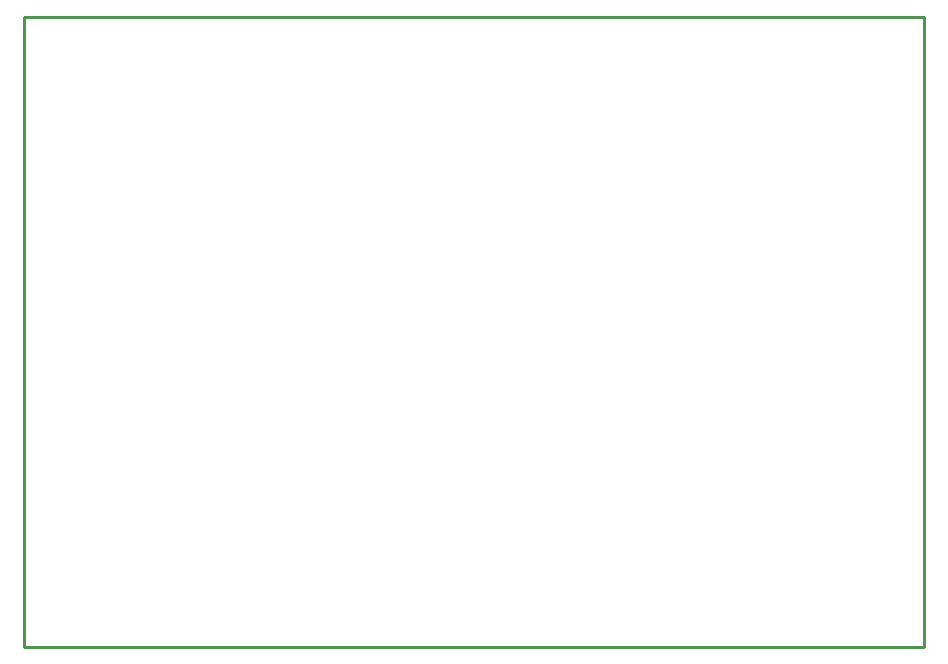
<source format=gbr>
G04 EAGLE Gerber X2 export*
%TF.Part,Single*%
%TF.FileFunction,Profile,NP*%
%TF.FilePolarity,Positive*%
%TF.GenerationSoftware,Autodesk,EAGLE,9.0.0*%
%TF.CreationDate,2018-04-25T19:38:23Z*%
G75*
%MOMM*%
%FSLAX34Y34*%
%LPD*%
%AMOC8*
5,1,8,0,0,1.08239X$1,22.5*%
G01*
%ADD10C,0.254000*%


D10*
X101600Y114300D02*
X863600Y114300D01*
X863600Y647700D01*
X101600Y647700D01*
X101600Y114300D01*
M02*

</source>
